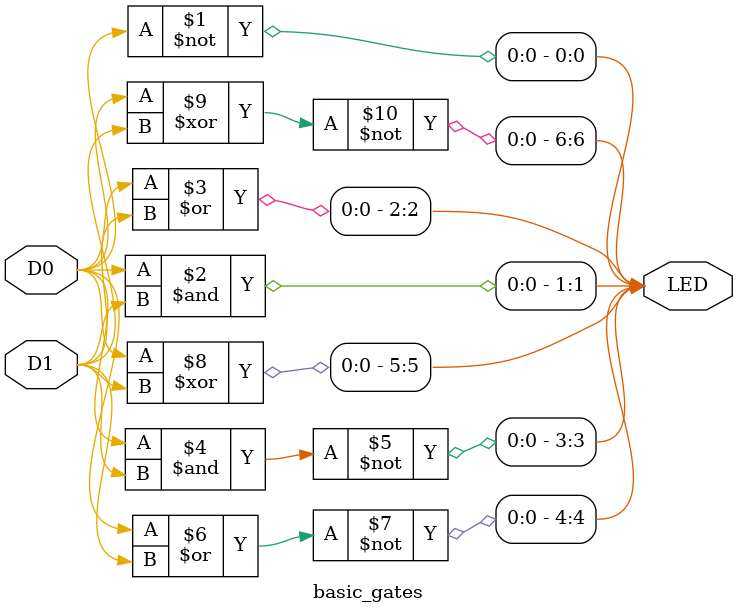
<source format=v>
`timescale 1ns / 1ps


module basic_gates(
    input D0, D1,
    output [6: 0] LED
    );

    assign LED[0] = ~D0;
    assign LED[1] = D0 & D1;
    assign LED[2] = D0 | D1;
    assign LED[3] = ~(D0 & D1);
    assign LED[4] = ~(D0 | D1);
    assign LED[5] = D0 ^ D1;
    assign LED[6] = ~(D0 ^ D1);
    
endmodule

</source>
